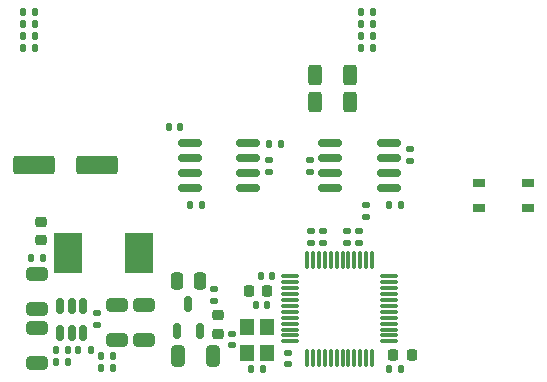
<source format=gtp>
%TF.GenerationSoftware,KiCad,Pcbnew,(7.0.0)*%
%TF.CreationDate,2023-03-13T21:24:48+00:00*%
%TF.ProjectId,main,6d61696e-2e6b-4696-9361-645f70636258,1.0*%
%TF.SameCoordinates,Original*%
%TF.FileFunction,Paste,Top*%
%TF.FilePolarity,Positive*%
%FSLAX46Y46*%
G04 Gerber Fmt 4.6, Leading zero omitted, Abs format (unit mm)*
G04 Created by KiCad (PCBNEW (7.0.0)) date 2023-03-13 21:24:48*
%MOMM*%
%LPD*%
G01*
G04 APERTURE LIST*
G04 Aperture macros list*
%AMRoundRect*
0 Rectangle with rounded corners*
0 $1 Rounding radius*
0 $2 $3 $4 $5 $6 $7 $8 $9 X,Y pos of 4 corners*
0 Add a 4 corners polygon primitive as box body*
4,1,4,$2,$3,$4,$5,$6,$7,$8,$9,$2,$3,0*
0 Add four circle primitives for the rounded corners*
1,1,$1+$1,$2,$3*
1,1,$1+$1,$4,$5*
1,1,$1+$1,$6,$7*
1,1,$1+$1,$8,$9*
0 Add four rect primitives between the rounded corners*
20,1,$1+$1,$2,$3,$4,$5,0*
20,1,$1+$1,$4,$5,$6,$7,0*
20,1,$1+$1,$6,$7,$8,$9,0*
20,1,$1+$1,$8,$9,$2,$3,0*%
G04 Aperture macros list end*
%ADD10RoundRect,0.140000X0.140000X0.170000X-0.140000X0.170000X-0.140000X-0.170000X0.140000X-0.170000X0*%
%ADD11RoundRect,0.135000X0.135000X0.185000X-0.135000X0.185000X-0.135000X-0.185000X0.135000X-0.185000X0*%
%ADD12RoundRect,0.075000X-0.662500X-0.075000X0.662500X-0.075000X0.662500X0.075000X-0.662500X0.075000X0*%
%ADD13RoundRect,0.075000X-0.075000X-0.662500X0.075000X-0.662500X0.075000X0.662500X-0.075000X0.662500X0*%
%ADD14RoundRect,0.250000X-0.250000X-0.475000X0.250000X-0.475000X0.250000X0.475000X-0.250000X0.475000X0*%
%ADD15RoundRect,0.150000X0.150000X-0.512500X0.150000X0.512500X-0.150000X0.512500X-0.150000X-0.512500X0*%
%ADD16RoundRect,0.250000X-0.650000X0.325000X-0.650000X-0.325000X0.650000X-0.325000X0.650000X0.325000X0*%
%ADD17RoundRect,0.140000X-0.140000X-0.170000X0.140000X-0.170000X0.140000X0.170000X-0.140000X0.170000X0*%
%ADD18RoundRect,0.250000X-1.500000X-0.550000X1.500000X-0.550000X1.500000X0.550000X-1.500000X0.550000X0*%
%ADD19RoundRect,0.135000X-0.185000X0.135000X-0.185000X-0.135000X0.185000X-0.135000X0.185000X0.135000X0*%
%ADD20R,1.200000X1.400000*%
%ADD21RoundRect,0.135000X0.185000X-0.135000X0.185000X0.135000X-0.185000X0.135000X-0.185000X-0.135000X0*%
%ADD22RoundRect,0.140000X0.170000X-0.140000X0.170000X0.140000X-0.170000X0.140000X-0.170000X-0.140000X0*%
%ADD23RoundRect,0.135000X-0.135000X-0.185000X0.135000X-0.185000X0.135000X0.185000X-0.135000X0.185000X0*%
%ADD24R,2.350000X3.500000*%
%ADD25RoundRect,0.140000X-0.170000X0.140000X-0.170000X-0.140000X0.170000X-0.140000X0.170000X0.140000X0*%
%ADD26RoundRect,0.225000X0.225000X0.250000X-0.225000X0.250000X-0.225000X-0.250000X0.225000X-0.250000X0*%
%ADD27RoundRect,0.150000X0.825000X0.150000X-0.825000X0.150000X-0.825000X-0.150000X0.825000X-0.150000X0*%
%ADD28RoundRect,0.250000X-0.312500X-0.625000X0.312500X-0.625000X0.312500X0.625000X-0.312500X0.625000X0*%
%ADD29RoundRect,0.150000X-0.825000X-0.150000X0.825000X-0.150000X0.825000X0.150000X-0.825000X0.150000X0*%
%ADD30RoundRect,0.218750X0.256250X-0.218750X0.256250X0.218750X-0.256250X0.218750X-0.256250X-0.218750X0*%
%ADD31RoundRect,0.218750X0.218750X0.256250X-0.218750X0.256250X-0.218750X-0.256250X0.218750X-0.256250X0*%
%ADD32RoundRect,0.218750X-0.256250X0.218750X-0.256250X-0.218750X0.256250X-0.218750X0.256250X0.218750X0*%
%ADD33R,1.050000X0.650000*%
%ADD34RoundRect,0.250000X0.650000X-0.325000X0.650000X0.325000X-0.650000X0.325000X-0.650000X-0.325000X0*%
%ADD35RoundRect,0.150000X-0.150000X0.512500X-0.150000X-0.512500X0.150000X-0.512500X0.150000X0.512500X0*%
%ADD36RoundRect,0.250000X0.325000X0.650000X-0.325000X0.650000X-0.325000X-0.650000X0.325000X-0.650000X0*%
G04 APERTURE END LIST*
D10*
X65380000Y-70200000D03*
X64420000Y-70200000D03*
D11*
X46110000Y-43000000D03*
X45090000Y-43000000D03*
D12*
X67737500Y-62350000D03*
X67737500Y-62850000D03*
X67737500Y-63350000D03*
X67737500Y-63850000D03*
X67737500Y-64350000D03*
X67737500Y-64850000D03*
X67737500Y-65350000D03*
X67737500Y-65850000D03*
X67737500Y-66350000D03*
X67737500Y-66850000D03*
X67737500Y-67350000D03*
X67737500Y-67850000D03*
D13*
X69150000Y-69262500D03*
X69650000Y-69262500D03*
X70150000Y-69262500D03*
X70650000Y-69262500D03*
X71150000Y-69262500D03*
X71650000Y-69262500D03*
X72150000Y-69262500D03*
X72650000Y-69262500D03*
X73150000Y-69262500D03*
X73650000Y-69262500D03*
X74150000Y-69262500D03*
X74650000Y-69262500D03*
D12*
X76062500Y-67850000D03*
X76062500Y-67350000D03*
X76062500Y-66850000D03*
X76062500Y-66350000D03*
X76062500Y-65850000D03*
X76062500Y-65350000D03*
X76062500Y-64850000D03*
X76062500Y-64350000D03*
X76062500Y-63850000D03*
X76062500Y-63350000D03*
X76062500Y-62850000D03*
X76062500Y-62350000D03*
D13*
X74650000Y-60937500D03*
X74150000Y-60937500D03*
X73650000Y-60937500D03*
X73150000Y-60937500D03*
X72650000Y-60937500D03*
X72150000Y-60937500D03*
X71650000Y-60937500D03*
X71150000Y-60937500D03*
X70650000Y-60937500D03*
X70150000Y-60937500D03*
X69650000Y-60937500D03*
X69150000Y-60937500D03*
D11*
X74710000Y-40000000D03*
X73690000Y-40000000D03*
X74710000Y-41000000D03*
X73690000Y-41000000D03*
D14*
X58150000Y-62700000D03*
X60050000Y-62700000D03*
D11*
X52710000Y-69100000D03*
X51690000Y-69100000D03*
X46110000Y-41000000D03*
X45090000Y-41000000D03*
D15*
X58150000Y-66937500D03*
X60050000Y-66937500D03*
X59100000Y-64662500D03*
D16*
X46300000Y-66725000D03*
X46300000Y-69675000D03*
D17*
X65220000Y-62300000D03*
X66180000Y-62300000D03*
D18*
X46000000Y-52900000D03*
X51400000Y-52900000D03*
D11*
X46110000Y-40000000D03*
X45090000Y-40000000D03*
D19*
X72500000Y-58490000D03*
X72500000Y-59510000D03*
D10*
X58380000Y-49700000D03*
X57420000Y-49700000D03*
D11*
X48910000Y-69600000D03*
X47890000Y-69600000D03*
D19*
X74100000Y-56290000D03*
X74100000Y-57310000D03*
D20*
X64049999Y-66599999D03*
X64049999Y-68799999D03*
X65749999Y-68799999D03*
X65749999Y-66599999D03*
D21*
X69500000Y-59510000D03*
X69500000Y-58490000D03*
D16*
X55350000Y-64775000D03*
X55350000Y-67725000D03*
D11*
X46110000Y-42000000D03*
X45090000Y-42000000D03*
D22*
X69400000Y-53480000D03*
X69400000Y-52520000D03*
D11*
X46810000Y-60800000D03*
X45790000Y-60800000D03*
D23*
X59190000Y-56300000D03*
X60210000Y-56300000D03*
X49790000Y-68550000D03*
X50810000Y-68550000D03*
D11*
X74710000Y-42000000D03*
X73690000Y-42000000D03*
D10*
X65780000Y-64800000D03*
X64820000Y-64800000D03*
D24*
X48874999Y-60399999D03*
X54924999Y-60399999D03*
D25*
X67500000Y-68820000D03*
X67500000Y-69780000D03*
D19*
X77900000Y-51590000D03*
X77900000Y-52610000D03*
D26*
X65775000Y-63600000D03*
X64225000Y-63600000D03*
D22*
X51400000Y-66430000D03*
X51400000Y-65470000D03*
D10*
X52680000Y-70100000D03*
X51720000Y-70100000D03*
D27*
X64175000Y-54905000D03*
X64175000Y-53635000D03*
X64175000Y-52365000D03*
X64175000Y-51095000D03*
X59225000Y-51095000D03*
X59225000Y-52365000D03*
X59225000Y-53635000D03*
X59225000Y-54905000D03*
D28*
X69837500Y-45300000D03*
X72762500Y-45300000D03*
D16*
X53050000Y-64775000D03*
X53050000Y-67725000D03*
D29*
X71125000Y-51095000D03*
X71125000Y-52365000D03*
X71125000Y-53635000D03*
X71125000Y-54905000D03*
X76075000Y-54905000D03*
X76075000Y-53635000D03*
X76075000Y-52365000D03*
X76075000Y-51095000D03*
D28*
X69837500Y-47600000D03*
X72762500Y-47600000D03*
D11*
X74710000Y-43000000D03*
X73690000Y-43000000D03*
D25*
X62800000Y-67220000D03*
X62800000Y-68180000D03*
D30*
X46600000Y-59287500D03*
X46600000Y-57712500D03*
D31*
X77987500Y-69000000D03*
X76412500Y-69000000D03*
D23*
X47890000Y-68550000D03*
X48910000Y-68550000D03*
D19*
X73500000Y-58490000D03*
X73500000Y-59510000D03*
X61300000Y-63390000D03*
X61300000Y-64410000D03*
D25*
X65900000Y-52520000D03*
X65900000Y-53480000D03*
D32*
X61600000Y-65612500D03*
X61600000Y-67187500D03*
D33*
X87874999Y-56574999D03*
X83724999Y-56574999D03*
X87874999Y-54424999D03*
X83724999Y-54424999D03*
D17*
X76120000Y-56300000D03*
X77080000Y-56300000D03*
D23*
X76090000Y-70200000D03*
X77110000Y-70200000D03*
D34*
X46300000Y-65075000D03*
X46300000Y-62125000D03*
D21*
X70500000Y-59510000D03*
X70500000Y-58490000D03*
D35*
X50150000Y-64862500D03*
X49200000Y-64862500D03*
X48250000Y-64862500D03*
X48250000Y-67137500D03*
X49200000Y-67137500D03*
X50150000Y-67137500D03*
D23*
X65890000Y-51100000D03*
X66910000Y-51100000D03*
D36*
X61175000Y-69100000D03*
X58225000Y-69100000D03*
M02*

</source>
